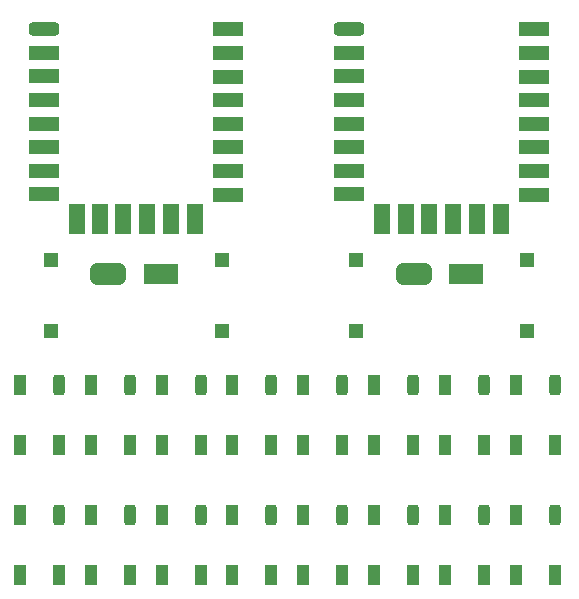
<source format=gtp>
G04 Layer_Color=8421504*
%FSLAX23Y23*%
%MOIN*%
G70*
G01*
G75*
%ADD10R,0.039X0.067*%
%ADD11R,0.039X0.067*%
G04:AMPARAMS|DCode=12|XSize=67mil|YSize=39mil|CornerRadius=10mil|HoleSize=0mil|Usage=FLASHONLY|Rotation=270.000|XOffset=0mil|YOffset=0mil|HoleType=Round|Shape=RoundedRectangle|*
%AMROUNDEDRECTD12*
21,1,0.067,0.020,0,0,270.0*
21,1,0.047,0.039,0,0,270.0*
1,1,0.020,-0.010,-0.024*
1,1,0.020,-0.010,0.024*
1,1,0.020,0.010,0.024*
1,1,0.020,0.010,-0.024*
%
%ADD12ROUNDEDRECTD12*%
%ADD14R,0.050X0.050*%
G04:AMPARAMS|DCode=15|XSize=118mil|YSize=71mil|CornerRadius=18mil|HoleSize=0mil|Usage=FLASHONLY|Rotation=0.000|XOffset=0mil|YOffset=0mil|HoleType=Round|Shape=RoundedRectangle|*
%AMROUNDEDRECTD15*
21,1,0.118,0.035,0,0,0.0*
21,1,0.083,0.071,0,0,0.0*
1,1,0.035,0.041,-0.018*
1,1,0.035,-0.041,-0.018*
1,1,0.035,-0.041,0.018*
1,1,0.035,0.041,0.018*
%
%ADD15ROUNDEDRECTD15*%
%ADD16R,0.118X0.071*%
%ADD17R,0.100X0.045*%
%ADD18R,0.055X0.100*%
G04:AMPARAMS|DCode=19|XSize=45mil|YSize=100mil|CornerRadius=11mil|HoleSize=0mil|Usage=FLASHONLY|Rotation=90.000|XOffset=0mil|YOffset=0mil|HoleType=Round|Shape=RoundedRectangle|*
%AMROUNDEDRECTD19*
21,1,0.045,0.078,0,0,90.0*
21,1,0.023,0.100,0,0,90.0*
1,1,0.023,0.039,0.011*
1,1,0.023,0.039,-0.011*
1,1,0.023,-0.039,-0.011*
1,1,0.023,-0.039,0.011*
%
%ADD19ROUNDEDRECTD19*%
D10*
X1741Y530D02*
D03*
Y730D02*
D03*
X1505D02*
D03*
Y530D02*
D03*
X1269D02*
D03*
Y730D02*
D03*
X1032D02*
D03*
Y530D02*
D03*
X796D02*
D03*
Y730D02*
D03*
X560D02*
D03*
Y530D02*
D03*
X324D02*
D03*
Y730D02*
D03*
X87D02*
D03*
Y530D02*
D03*
X1741Y97D02*
D03*
Y297D02*
D03*
X1505D02*
D03*
Y97D02*
D03*
X1269D02*
D03*
Y297D02*
D03*
X1032D02*
D03*
Y97D02*
D03*
X796D02*
D03*
Y297D02*
D03*
X560D02*
D03*
Y97D02*
D03*
X324D02*
D03*
Y297D02*
D03*
X87D02*
D03*
Y97D02*
D03*
D11*
X1871Y530D02*
D03*
X1635D02*
D03*
X1399D02*
D03*
X1162D02*
D03*
X926D02*
D03*
X690D02*
D03*
X454D02*
D03*
X217D02*
D03*
X1871Y97D02*
D03*
X1635D02*
D03*
X1399D02*
D03*
X1162D02*
D03*
X926D02*
D03*
X690D02*
D03*
X454D02*
D03*
X217D02*
D03*
D12*
X1871Y730D02*
D03*
X1635D02*
D03*
X1399D02*
D03*
X1162D02*
D03*
X926D02*
D03*
X690D02*
D03*
X454D02*
D03*
X217D02*
D03*
X1871Y297D02*
D03*
X1635D02*
D03*
X1399D02*
D03*
X1162D02*
D03*
X926D02*
D03*
X690D02*
D03*
X454D02*
D03*
X217D02*
D03*
D14*
X760Y1147D02*
D03*
Y910D02*
D03*
X190D02*
D03*
Y1147D02*
D03*
X1779D02*
D03*
Y910D02*
D03*
X1209D02*
D03*
Y1147D02*
D03*
D15*
X383Y1099D02*
D03*
X1402D02*
D03*
D16*
X557D02*
D03*
X1575D02*
D03*
D17*
X781Y1915D02*
D03*
Y1837D02*
D03*
Y1679D02*
D03*
Y1600D02*
D03*
X782Y1521D02*
D03*
Y1443D02*
D03*
Y1364D02*
D03*
X167Y1365D02*
D03*
Y1444D02*
D03*
Y1522D02*
D03*
Y1600D02*
D03*
Y1680D02*
D03*
Y1758D02*
D03*
Y1837D02*
D03*
X781Y1757D02*
D03*
X1800Y1915D02*
D03*
Y1837D02*
D03*
Y1679D02*
D03*
Y1600D02*
D03*
X1801Y1521D02*
D03*
Y1443D02*
D03*
Y1364D02*
D03*
X1186Y1365D02*
D03*
Y1444D02*
D03*
Y1522D02*
D03*
Y1600D02*
D03*
Y1680D02*
D03*
Y1758D02*
D03*
Y1837D02*
D03*
X1800Y1757D02*
D03*
D18*
X671Y1283D02*
D03*
X591D02*
D03*
X513D02*
D03*
X433D02*
D03*
X355D02*
D03*
X277D02*
D03*
X1690D02*
D03*
X1610D02*
D03*
X1532D02*
D03*
X1452D02*
D03*
X1374D02*
D03*
X1296D02*
D03*
D19*
X167Y1915D02*
D03*
X1186D02*
D03*
M02*

</source>
